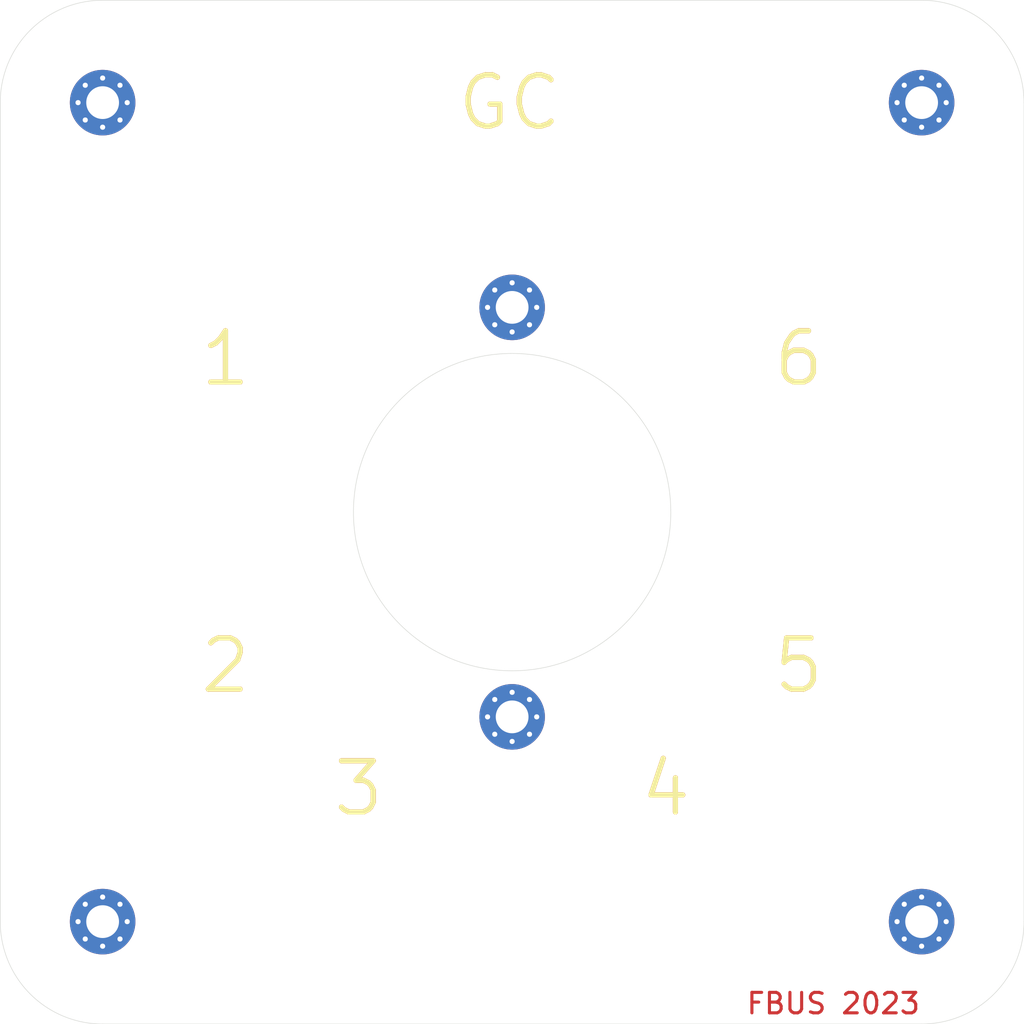
<source format=kicad_pcb>
(kicad_pcb (version 20211014) (generator pcbnew)
  (title_block (title "4/5/6 Pin Base Plinth") (date "2023-08-16") (rev "v0.1") (company "fbus"))
  (layers (0 "F.Cu" signal) (31 "B.Cu" signal) (34 "B.Paste" user) (35 "F.Paste" user) (36 "B.SilkS" user "B.Silkscreen") (37 "F.SilkS" user "F.Silkscreen") (38 "B.Mask" user) (39 "F.Mask" user) (44 "Edge.Cuts" user))
  (net 0 "")
  (footprint "MountingHole:MountingHole_8.4mm_M8" (layer "F.Cu") (at 140 85)
    (fp_text reference "REF**" hide)
    (fp_text value "MountingHole_8.4mm_M8" hide)
    (pad "" np_thru_hole circle locked (at 0 0) (size 8.4 8.4) (drill 8.4) (layers *.Cu *.Mask))
  )
  (footprint "MountingHole:MountingHole_8.4mm_M8" (layer "F.Cu") (at 60 115)
    (fp_text reference "REF**" hide)
    (fp_text value "MountingHole_8.4mm_M8" hide)
    (pad "" np_thru_hole circle locked (at 0 0) (size 8.4 8.4) (drill 8.4) (layers *.Cu *.Mask))
  )
  (footprint "MountingHole:MountingHole_3.2mm_M3_Pad_Via" (layer "F.Cu") (at 140 60)
    (fp_text reference "e" hide)
    (fp_text value "MountingHole_3.2mm_M3_Pad_Via" hide)
    (pad "1" thru_hole circle locked (at -1.697056 -1.697056) (size 0.8 0.8) (drill 0.5) (layers *.Cu *.Mask))
    (pad "1" thru_hole circle locked (at -2.4 0) (size 0.8 0.8) (drill 0.5) (layers *.Cu *.Mask))
    (pad "1" thru_hole circle locked (at 1.697056 1.697056) (size 0.8 0.8) (drill 0.5) (layers *.Cu *.Mask))
    (pad "1" thru_hole circle locked (at 0 -2.4) (size 0.8 0.8) (drill 0.5) (layers *.Cu *.Mask))
    (pad "1" thru_hole circle locked (at 1.697056 -1.697056) (size 0.8 0.8) (drill 0.5) (layers *.Cu *.Mask))
    (pad "1" thru_hole circle locked (at 2.4 0) (size 0.8 0.8) (drill 0.5) (layers *.Cu *.Mask))
    (pad "1" thru_hole circle locked (at -1.697056 1.697056) (size 0.8 0.8) (drill 0.5) (layers *.Cu *.Mask))
    (pad "1" thru_hole circle locked (at 0 2.4) (size 0.8 0.8) (drill 0.5) (layers *.Cu *.Mask))
    (pad "1" thru_hole circle locked (at 0 0) (size 6.4 6.4) (drill 3.2) (layers *.Cu *.Mask))
  )
  (footprint "MountingHole:MountingHole_3.2mm_M3_Pad_Via" (layer "F.Cu") (at 60 60)
    (fp_text reference "e" hide)
    (fp_text value "MountingHole_3.2mm_M3_Pad_Via" hide)
    (pad "1" thru_hole circle locked (at 0 0) (size 6.4 6.4) (drill 3.2) (layers *.Cu *.Mask))
    (pad "1" thru_hole circle locked (at 1.697056 -1.697056) (size 0.8 0.8) (drill 0.5) (layers *.Cu *.Mask))
    (pad "1" thru_hole circle locked (at -2.4 0) (size 0.8 0.8) (drill 0.5) (layers *.Cu *.Mask))
    (pad "1" thru_hole circle locked (at 2.4 0) (size 0.8 0.8) (drill 0.5) (layers *.Cu *.Mask))
    (pad "1" thru_hole circle locked (at -1.697056 -1.697056) (size 0.8 0.8) (drill 0.5) (layers *.Cu *.Mask))
    (pad "1" thru_hole circle locked (at 1.697056 1.697056) (size 0.8 0.8) (drill 0.5) (layers *.Cu *.Mask))
    (pad "1" thru_hole circle locked (at 0 -2.4) (size 0.8 0.8) (drill 0.5) (layers *.Cu *.Mask))
    (pad "1" thru_hole circle locked (at -1.697056 1.697056) (size 0.8 0.8) (drill 0.5) (layers *.Cu *.Mask))
    (pad "1" thru_hole circle locked (at 0 2.4) (size 0.8 0.8) (drill 0.5) (layers *.Cu *.Mask))
  )
  (footprint "MountingHole:MountingHole_3.2mm_M3_Pad_Via" (layer "F.Cu") (at 60 140)
    (fp_text reference "e" hide)
    (fp_text value "MountingHole_3.2mm_M3_Pad_Via" hide)
    (pad "1" thru_hole circle locked (at 2.4 0) (size 0.8 0.8) (drill 0.5) (layers *.Cu *.Mask))
    (pad "1" thru_hole circle locked (at 1.697056 1.697056) (size 0.8 0.8) (drill 0.5) (layers *.Cu *.Mask))
    (pad "1" thru_hole circle locked (at -1.697056 -1.697056) (size 0.8 0.8) (drill 0.5) (layers *.Cu *.Mask))
    (pad "1" thru_hole circle locked (at 0 0) (size 6.4 6.4) (drill 3.2) (layers *.Cu *.Mask))
    (pad "1" thru_hole circle locked (at -2.4 0) (size 0.8 0.8) (drill 0.5) (layers *.Cu *.Mask))
    (pad "1" thru_hole circle locked (at 1.697056 -1.697056) (size 0.8 0.8) (drill 0.5) (layers *.Cu *.Mask))
    (pad "1" thru_hole circle locked (at 0 -2.4) (size 0.8 0.8) (drill 0.5) (layers *.Cu *.Mask))
    (pad "1" thru_hole circle locked (at 0 2.4) (size 0.8 0.8) (drill 0.5) (layers *.Cu *.Mask))
    (pad "1" thru_hole circle locked (at -1.697056 1.697056) (size 0.8 0.8) (drill 0.5) (layers *.Cu *.Mask))
  )
  (footprint "MountingHole:MountingHole_3.2mm_M3_Pad_Via" (layer "F.Cu") (at 140 140)
    (fp_text reference "e" hide)
    (fp_text value "MountingHole_3.2mm_M3_Pad_Via" hide)
    (pad "1" thru_hole circle locked (at -2.4 0) (size 0.8 0.8) (drill 0.5) (layers *.Cu *.Mask))
    (pad "1" thru_hole circle locked (at 0 2.4) (size 0.8 0.8) (drill 0.5) (layers *.Cu *.Mask))
    (pad "1" thru_hole circle locked (at 0 0) (size 6.4 6.4) (drill 3.2) (layers *.Cu *.Mask))
    (pad "1" thru_hole circle locked (at 0 -2.4) (size 0.8 0.8) (drill 0.5) (layers *.Cu *.Mask))
    (pad "1" thru_hole circle locked (at 1.697056 -1.697056) (size 0.8 0.8) (drill 0.5) (layers *.Cu *.Mask))
    (pad "1" thru_hole circle locked (at -1.697056 -1.697056) (size 0.8 0.8) (drill 0.5) (layers *.Cu *.Mask))
    (pad "1" thru_hole circle locked (at 1.697056 1.697056) (size 0.8 0.8) (drill 0.5) (layers *.Cu *.Mask))
    (pad "1" thru_hole circle locked (at 2.4 0) (size 0.8 0.8) (drill 0.5) (layers *.Cu *.Mask))
    (pad "1" thru_hole circle locked (at -1.697056 1.697056) (size 0.8 0.8) (drill 0.5) (layers *.Cu *.Mask))
  )
  (footprint "MountingHole:MountingHole_3.2mm_M3_Pad_Via" (layer "F.Cu") (at 100 120)
    (fp_text reference "e" hide)
    (fp_text value "MountingHole_3.2mm_M3_Pad_Via" hide)
    (pad "1" thru_hole circle locked (at -2.4 0) (size 0.8 0.8) (drill 0.5) (layers *.Cu *.Mask))
    (pad "1" thru_hole circle locked (at 0 -2.4) (size 0.8 0.8) (drill 0.5) (layers *.Cu *.Mask))
    (pad "1" thru_hole circle locked (at 1.697056 1.697056) (size 0.8 0.8) (drill 0.5) (layers *.Cu *.Mask))
    (pad "1" thru_hole circle locked (at -1.697056 1.697056) (size 0.8 0.8) (drill 0.5) (layers *.Cu *.Mask))
    (pad "1" thru_hole circle locked (at 0 2.4) (size 0.8 0.8) (drill 0.5) (layers *.Cu *.Mask))
    (pad "1" thru_hole circle locked (at 0 0) (size 6.4 6.4) (drill 3.2) (layers *.Cu *.Mask))
    (pad "1" thru_hole circle locked (at 2.4 0) (size 0.8 0.8) (drill 0.5) (layers *.Cu *.Mask))
    (pad "1" thru_hole circle locked (at -1.697056 -1.697056) (size 0.8 0.8) (drill 0.5) (layers *.Cu *.Mask))
    (pad "1" thru_hole circle locked (at 1.697056 -1.697056) (size 0.8 0.8) (drill 0.5) (layers *.Cu *.Mask))
  )
  (footprint "MountingHole:MountingHole_3.2mm_M3_Pad_Via" (layer "F.Cu") (at 100 80)
    (fp_text reference "e" hide)
    (fp_text value "MountingHole_3.2mm_M3_Pad_Via" hide)
    (pad "1" thru_hole circle locked (at 0 -2.4) (size 0.8 0.8) (drill 0.5) (layers *.Cu *.Mask))
    (pad "1" thru_hole circle locked (at -1.697056 1.697056) (size 0.8 0.8) (drill 0.5) (layers *.Cu *.Mask))
    (pad "1" thru_hole circle locked (at -1.697056 -1.697056) (size 0.8 0.8) (drill 0.5) (layers *.Cu *.Mask))
    (pad "1" thru_hole circle locked (at 2.4 0) (size 0.8 0.8) (drill 0.5) (layers *.Cu *.Mask))
    (pad "1" thru_hole circle locked (at 0 0) (size 6.4 6.4) (drill 3.2) (layers *.Cu *.Mask))
    (pad "1" thru_hole circle locked (at 0 2.4) (size 0.8 0.8) (drill 0.5) (layers *.Cu *.Mask))
    (pad "1" thru_hole circle locked (at 1.697056 -1.697056) (size 0.8 0.8) (drill 0.5) (layers *.Cu *.Mask))
    (pad "1" thru_hole circle locked (at 1.697056 1.697056) (size 0.8 0.8) (drill 0.5) (layers *.Cu *.Mask))
    (pad "1" thru_hole circle locked (at -2.4 0) (size 0.8 0.8) (drill 0.5) (layers *.Cu *.Mask))
  )
  (footprint "MountingHole:MountingHole_8.4mm_M8" (layer "F.Cu") (at 85 60)
    (fp_text reference "REF**" hide)
    (fp_text value "MountingHole_8.4mm_M8" hide)
    (pad "" np_thru_hole circle locked (at 0 0) (size 8.4 8.4) (drill 8.4) (layers *.Cu *.Mask))
  )
  (footprint "MountingHole:MountingHole_8.4mm_M8" (layer "F.Cu") (at 115 60)
    (fp_text reference "REF**" hide)
    (fp_text value "MountingHole_8.4mm_M8" hide)
    (pad "" np_thru_hole circle locked (at 0 0) (size 8.4 8.4) (drill 8.4) (layers *.Cu *.Mask))
  )
  (footprint "MountingHole:MountingHole_8.4mm_M8" (layer "F.Cu") (at 140 115)
    (fp_text reference "REF**" hide)
    (fp_text value "MountingHole_8.4mm_M8" hide)
    (pad "" np_thru_hole circle locked (at 0 0) (size 8.4 8.4) (drill 8.4) (layers *.Cu *.Mask))
  )
  (footprint "MountingHole:MountingHole_8.4mm_M8" (layer "F.Cu") (at 85 140)
    (fp_text reference "REF**" hide)
    (fp_text value "MountingHole_8.4mm_M8" hide)
    (pad "" np_thru_hole circle locked (at 0 0) (size 8.4 8.4) (drill 8.4) (layers *.Cu *.Mask))
  )
  (footprint "MountingHole:MountingHole_8.4mm_M8" (layer "F.Cu") (at 60 85)
    (fp_text reference "REF**" hide)
    (fp_text value "MountingHole_8.4mm_M8" hide)
    (pad "" np_thru_hole circle locked (at 0 0) (size 8.4 8.4) (drill 8.4) (layers *.Cu *.Mask))
  )
  (footprint "MountingHole:MountingHole_8.4mm_M8" (layer "F.Cu") (at 115 140)
    (fp_text reference "REF**" hide)
    (fp_text value "MountingHole_8.4mm_M8" hide)
    (pad "" np_thru_hole circle locked (at 0 0) (size 8.4 8.4) (drill 8.4) (layers *.Cu *.Mask))
  )
  (gr_line (start 150 60) (end 150 140) (layer "Edge.Cuts") (width 0.05))
  (gr_arc (start 150 140) (mid 147.071068 147.071068) (end 140 150) (layer "Edge.Cuts") (width 0.05))
  (gr_arc (start 60 150) (mid 52.928932 147.071068) (end 50 140) (layer "Edge.Cuts") (width 0.05))
  (gr_arc (start 140 50) (mid 147.071068 52.928932) (end 150 60) (layer "Edge.Cuts") (width 0.05))
  (gr_line (start 60 150) (end 140 150) (layer "Edge.Cuts") (width 0.05))
  (gr_arc (start 50 60) (mid 52.928932 52.928932) (end 60 50) (layer "Edge.Cuts") (width 0.05))
  (gr_line (start 50 60) (end 50 140) (layer "Edge.Cuts") (width 0.05))
  (gr_circle (center 100 100) (end 115.5 100) (layer "Edge.Cuts") (width 0.05) (fill none))
  (gr_line (start 60 50) (end 140 50) (layer "Edge.Cuts") (width 0.05))
  (gr_text "FBUS 2023" (at 140 148) (layer "F.Cu") (effects (font (size 2 2) (thickness 0.3)) (justify right)))
  (gr_text "3" (at 85 127) (layer "F.Cu") (effects (font (size 5 5) (thickness 0.5))))
  (gr_text "GC" (at 99.75 60) (layer "F.Cu") (effects (font (size 5 5) (thickness 0.5))))
  (gr_text "2" (at 72 115) (layer "F.Cu") (effects (font (size 5 5) (thickness 0.5))))
  (gr_text "5" (at 128 115) (layer "F.Cu") (effects (font (size 5 5) (thickness 0.5))))
  (gr_text "4" (at 115 127) (layer "F.Cu") (effects (font (size 5 5) (thickness 0.5))))
  (gr_text "1" (at 72 85) (layer "F.Cu") (effects (font (size 5 5) (thickness 0.5))))
  (gr_text "6" (at 128 85) (layer "F.Cu") (effects (font (size 5 5) (thickness 0.5))))
  (gr_text "GC" (at 99.75 60) (layer "F.SilkS") (effects (font (size 5 5) (thickness 0.5))))
  (gr_text "6" (at 128 85) (layer "F.SilkS") (effects (font (size 5 5) (thickness 0.5))))
  (gr_text "1" (at 72 85) (layer "F.SilkS") (effects (font (size 5 5) (thickness 0.5))))
  (gr_text "4" (at 115 127) (layer "F.SilkS") (effects (font (size 5 5) (thickness 0.5))))
  (gr_text "5" (at 128 115) (layer "F.SilkS") (effects (font (size 5 5) (thickness 0.5))))
  (gr_text "3" (at 85 127) (layer "F.SilkS") (effects (font (size 5 5) (thickness 0.5))))
  (gr_text "2" (at 72 115) (layer "F.SilkS") (effects (font (size 5 5) (thickness 0.5))))
)
</source>
